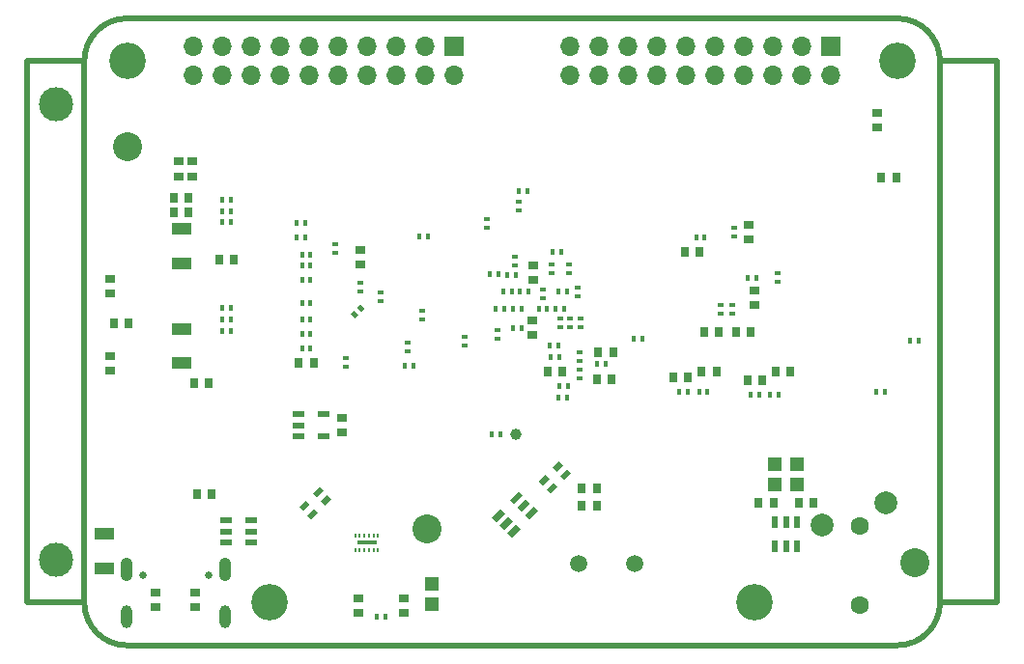
<source format=gbr>
%TF.GenerationSoftware,KiCad,Pcbnew,(5.1.10-1-10_14)*%
%TF.CreationDate,2021-07-27T16:35:17+02:00*%
%TF.ProjectId,EX-PCB-10108-001,45582d50-4342-42d3-9130-3130382d3030,A*%
%TF.SameCoordinates,Original*%
%TF.FileFunction,Soldermask,Bot*%
%TF.FilePolarity,Negative*%
%FSLAX46Y46*%
G04 Gerber Fmt 4.6, Leading zero omitted, Abs format (unit mm)*
G04 Created by KiCad (PCBNEW (5.1.10-1-10_14)) date 2021-07-27 16:35:17*
%MOMM*%
%LPD*%
G01*
G04 APERTURE LIST*
%TA.AperFunction,Profile*%
%ADD10C,0.500000*%
%TD*%
%ADD11C,3.000000*%
%ADD12C,2.000000*%
%ADD13O,1.000000X2.000000*%
%ADD14O,1.050000X2.100000*%
%ADD15C,0.650000*%
%ADD16R,0.510000X0.450000*%
%ADD17R,0.450000X0.510000*%
%ADD18R,0.710000X0.810000*%
%ADD19R,0.810000X0.710000*%
%ADD20R,0.200000X0.450000*%
%ADD21R,1.800000X0.400000*%
%ADD22C,2.540000*%
%ADD23R,1.250000X1.150000*%
%ADD24R,1.800000X1.070000*%
%ADD25C,1.600000*%
%ADD26R,1.700000X1.700000*%
%ADD27O,1.700000X1.700000*%
%ADD28C,1.500000*%
%ADD29C,3.200000*%
%ADD30R,0.550000X1.060000*%
%ADD31R,1.060000X0.550000*%
%ADD32C,0.100000*%
%ADD33R,1.060000X0.500000*%
%ADD34C,1.000000*%
G04 APERTURE END LIST*
D10*
X41450000Y-85250000D02*
X46450000Y-85250000D01*
X41450000Y-132750000D02*
X46450000Y-132750000D01*
X121450000Y-132750000D02*
X126450000Y-132750000D01*
X126450000Y-85250000D02*
X121450000Y-85250000D01*
X126450000Y-85250000D02*
X126450000Y-132750000D01*
X41450000Y-85250000D02*
X41450000Y-132750000D01*
X117700000Y-81500000D02*
G75*
G02*
X121450000Y-85250000I0J-3750000D01*
G01*
X46450000Y-85250000D02*
G75*
G02*
X50200000Y-81500000I3750000J0D01*
G01*
X50200000Y-136500000D02*
G75*
G02*
X46450000Y-132750000I0J3750000D01*
G01*
X121450000Y-132750000D02*
G75*
G02*
X117700000Y-136500000I-3750000J0D01*
G01*
X46450000Y-85250000D02*
X46450000Y-132750000D01*
X117700000Y-136500000D02*
X50200000Y-136500000D01*
X117700000Y-81500000D02*
X50200000Y-81500000D01*
X121450000Y-85250000D02*
X121450000Y-132750000D01*
D11*
X43950000Y-129025000D03*
X43950000Y-89025000D03*
D12*
X116725000Y-123975000D03*
X111075000Y-125950000D03*
D13*
X50130000Y-134000000D03*
X58770000Y-134000000D03*
D14*
X50130000Y-129820000D03*
X58770000Y-129820000D03*
D15*
X57340000Y-130320000D03*
X51560000Y-130320000D03*
D16*
X103450000Y-99875000D03*
X103450000Y-100625000D03*
X102200000Y-106625000D03*
X102200000Y-107375000D03*
D17*
X104575000Y-104250000D03*
X105325000Y-104250000D03*
D16*
X103200000Y-106625000D03*
X103200000Y-107375000D03*
D17*
X119575000Y-109750000D03*
X118825000Y-109750000D03*
X116575000Y-114250000D03*
X115825000Y-114250000D03*
D18*
X100345000Y-102000000D03*
X99055000Y-102000000D03*
D17*
X100075000Y-100750000D03*
X100825000Y-100750000D03*
D19*
X104700000Y-100895000D03*
X104700000Y-99605000D03*
D18*
X102095000Y-109000000D03*
X100805000Y-109000000D03*
D19*
X105200000Y-105355000D03*
X105200000Y-106645000D03*
D18*
X103555000Y-109000000D03*
X104845000Y-109000000D03*
D17*
X88075000Y-113750000D03*
X88825000Y-113750000D03*
X88025000Y-114750000D03*
X88775000Y-114750000D03*
X87325000Y-111250000D03*
X88075000Y-111250000D03*
D16*
X89700000Y-105875000D03*
X89700000Y-105125000D03*
X107200000Y-103875000D03*
X107200000Y-104625000D03*
D20*
X71000000Y-128125000D03*
X71400000Y-128125000D03*
X71800000Y-128125000D03*
X72200000Y-128125000D03*
X70200000Y-128125000D03*
X70600000Y-128125000D03*
X71800000Y-126875000D03*
X72200000Y-126875000D03*
X71000000Y-126875000D03*
X71400000Y-126875000D03*
X70600000Y-126875000D03*
X70200000Y-126875000D03*
D21*
X71200000Y-127500000D03*
D19*
X56200000Y-133145000D03*
X56200000Y-131855000D03*
X52700000Y-133145000D03*
X52700000Y-131855000D03*
X115950000Y-91045000D03*
X115950000Y-89755000D03*
D18*
X116305000Y-95500000D03*
X117595000Y-95500000D03*
D17*
X100325000Y-114250000D03*
X101075000Y-114250000D03*
X98575000Y-114250000D03*
X99325000Y-114250000D03*
X106575000Y-114500000D03*
X107325000Y-114500000D03*
X104825000Y-114500000D03*
X105575000Y-114500000D03*
D22*
X119200000Y-129250000D03*
D23*
X106950000Y-122375000D03*
X106950000Y-120625000D03*
X108950000Y-122375000D03*
X108950000Y-120625000D03*
X76950000Y-131125000D03*
X76950000Y-132875000D03*
D24*
X54950000Y-111755000D03*
X54950000Y-108745000D03*
X54950000Y-103005000D03*
X54950000Y-99995000D03*
D18*
X56305000Y-123250000D03*
X57595000Y-123250000D03*
X106845000Y-124000000D03*
X105555000Y-124000000D03*
X109055000Y-124000000D03*
X110345000Y-124000000D03*
X88345000Y-112500000D03*
X87055000Y-112500000D03*
X101845000Y-112500000D03*
X100555000Y-112500000D03*
X104555000Y-113250000D03*
X105845000Y-113250000D03*
D19*
X74450000Y-132355000D03*
X74450000Y-133645000D03*
X70450000Y-132355000D03*
X70450000Y-133645000D03*
D17*
X72075000Y-134000000D03*
X72825000Y-134000000D03*
D18*
X108345000Y-112500000D03*
X107055000Y-112500000D03*
X56055000Y-113500000D03*
X57345000Y-113500000D03*
X49055000Y-108250000D03*
X50345000Y-108250000D03*
X90055000Y-122750000D03*
X91345000Y-122750000D03*
X90055000Y-124250000D03*
X91345000Y-124250000D03*
D19*
X48700000Y-111105000D03*
X48700000Y-112395000D03*
D18*
X98055000Y-113000000D03*
X99345000Y-113000000D03*
D19*
X48700000Y-105645000D03*
X48700000Y-104355000D03*
D25*
X114450000Y-126000000D03*
X114450000Y-133000000D03*
D26*
X111880000Y-83980000D03*
D27*
X111880000Y-86520000D03*
X109340000Y-83980000D03*
X109340000Y-86520000D03*
X106800000Y-83980000D03*
X106800000Y-86520000D03*
X104260000Y-83980000D03*
X104260000Y-86520000D03*
X101720000Y-83980000D03*
X101720000Y-86520000D03*
X99180000Y-83980000D03*
X99180000Y-86520000D03*
X96640000Y-83980000D03*
X96640000Y-86520000D03*
X94100000Y-83980000D03*
X94100000Y-86520000D03*
X91560000Y-83980000D03*
X91560000Y-86520000D03*
X89020000Y-83980000D03*
X89020000Y-86520000D03*
D26*
X78880000Y-83980000D03*
D27*
X78880000Y-86520000D03*
X76340000Y-83980000D03*
X76340000Y-86520000D03*
X73800000Y-83980000D03*
X73800000Y-86520000D03*
X71260000Y-83980000D03*
X71260000Y-86520000D03*
X68720000Y-83980000D03*
X68720000Y-86520000D03*
X66180000Y-83980000D03*
X66180000Y-86520000D03*
X63640000Y-83980000D03*
X63640000Y-86520000D03*
X61100000Y-83980000D03*
X61100000Y-86520000D03*
X58560000Y-83980000D03*
X58560000Y-86520000D03*
X56020000Y-83980000D03*
X56020000Y-86520000D03*
D28*
X94650000Y-129350000D03*
X89750000Y-129350000D03*
D29*
X50200000Y-85250000D03*
D30*
X108900000Y-127850000D03*
X107950000Y-127850000D03*
X107000000Y-127850000D03*
X107000000Y-125650000D03*
X108900000Y-125650000D03*
X107950000Y-125650000D03*
D31*
X61050000Y-125550000D03*
X61050000Y-126500000D03*
X61050000Y-127450000D03*
X58850000Y-127450000D03*
X58850000Y-125550000D03*
X58850000Y-126500000D03*
D32*
G36*
X83913622Y-127018790D02*
G01*
X83524713Y-126629881D01*
X84274246Y-125880348D01*
X84663155Y-126269257D01*
X83913622Y-127018790D01*
G37*
G36*
X83241871Y-126347038D02*
G01*
X82852962Y-125958129D01*
X83602495Y-125208596D01*
X83991404Y-125597505D01*
X83241871Y-126347038D01*
G37*
G36*
X82570119Y-125675287D02*
G01*
X82181210Y-125286378D01*
X82930743Y-124536845D01*
X83319652Y-124925754D01*
X82570119Y-125675287D01*
G37*
G36*
X84125754Y-124119652D02*
G01*
X83736845Y-123730743D01*
X84486378Y-122981210D01*
X84875287Y-123370119D01*
X84125754Y-124119652D01*
G37*
G36*
X85469257Y-125463155D02*
G01*
X85080348Y-125074246D01*
X85829881Y-124324713D01*
X86218790Y-124713622D01*
X85469257Y-125463155D01*
G37*
G36*
X84797505Y-124791404D02*
G01*
X84408596Y-124402495D01*
X85158129Y-123652962D01*
X85547038Y-124041871D01*
X84797505Y-124791404D01*
G37*
D29*
X62700000Y-132750000D03*
X117700000Y-85250000D03*
X105200000Y-132750000D03*
D32*
G36*
X67760660Y-123292894D02*
G01*
X68114213Y-123646447D01*
X67548528Y-124212132D01*
X67194975Y-123858579D01*
X67760660Y-123292894D01*
G37*
G36*
X66558579Y-124494975D02*
G01*
X66912132Y-124848528D01*
X66346447Y-125414213D01*
X65992894Y-125060660D01*
X66558579Y-124494975D01*
G37*
G36*
X65851472Y-123787868D02*
G01*
X66205025Y-124141421D01*
X65639340Y-124707106D01*
X65285787Y-124353553D01*
X65851472Y-123787868D01*
G37*
G36*
X67053553Y-122585787D02*
G01*
X67407106Y-122939340D01*
X66841421Y-123505025D01*
X66487868Y-123151472D01*
X67053553Y-122585787D01*
G37*
D24*
X48200000Y-129755000D03*
X48200000Y-126745000D03*
D32*
G36*
X88760660Y-121042894D02*
G01*
X89114213Y-121396447D01*
X88548528Y-121962132D01*
X88194975Y-121608579D01*
X88760660Y-121042894D01*
G37*
G36*
X87558579Y-122244975D02*
G01*
X87912132Y-122598528D01*
X87346447Y-123164213D01*
X86992894Y-122810660D01*
X87558579Y-122244975D01*
G37*
G36*
X86851472Y-121537868D02*
G01*
X87205025Y-121891421D01*
X86639340Y-122457106D01*
X86285787Y-122103553D01*
X86851472Y-121537868D01*
G37*
G36*
X88053553Y-120335787D02*
G01*
X88407106Y-120689340D01*
X87841421Y-121255025D01*
X87487868Y-120901472D01*
X88053553Y-120335787D01*
G37*
D17*
X95350000Y-109600000D03*
X94600000Y-109600000D03*
D16*
X84500000Y-98325000D03*
X84500000Y-97575000D03*
D17*
X84525000Y-96650000D03*
X85275000Y-96650000D03*
D16*
X81700000Y-99125000D03*
X81700000Y-99875000D03*
D22*
X76450000Y-126250000D03*
X50200000Y-92750000D03*
D17*
X59275000Y-106900000D03*
X58525000Y-106900000D03*
X59275000Y-98400000D03*
X58525000Y-98400000D03*
X58525000Y-99400000D03*
X59275000Y-99400000D03*
X58525000Y-107900000D03*
X59275000Y-107900000D03*
X58525000Y-97400000D03*
X59275000Y-97400000D03*
D18*
X55595000Y-97250000D03*
X54305000Y-97250000D03*
D19*
X69050000Y-117845000D03*
X69050000Y-116555000D03*
D33*
X67400000Y-118150000D03*
X67400000Y-116250000D03*
X65200000Y-116250000D03*
X65200000Y-117200000D03*
X65200000Y-118150000D03*
D34*
X84300000Y-117950000D03*
D17*
X82175000Y-117950000D03*
X82925000Y-117950000D03*
D18*
X55595000Y-98500000D03*
X54305000Y-98500000D03*
D17*
X58525000Y-108900000D03*
X59275000Y-108900000D03*
D18*
X91355000Y-113150000D03*
X92645000Y-113150000D03*
X91505000Y-110750000D03*
X92795000Y-110750000D03*
X58255000Y-102650000D03*
X59545000Y-102650000D03*
D16*
X84200000Y-103175000D03*
X84200000Y-102425000D03*
D17*
X65525000Y-103200000D03*
X66275000Y-103200000D03*
X65525000Y-104450000D03*
X66275000Y-104450000D03*
D16*
X70650000Y-105447599D03*
X70650000Y-104697599D03*
X79750000Y-109475000D03*
X79750000Y-110225000D03*
D19*
X54725000Y-95345000D03*
X54725000Y-94055000D03*
X55925000Y-95345000D03*
X55925000Y-94055000D03*
D17*
X87525000Y-101950000D03*
X88275000Y-101950000D03*
D16*
X89000000Y-107800000D03*
X89000000Y-108550000D03*
D17*
X82775000Y-103950000D03*
X82025000Y-103950000D03*
X65525000Y-102200000D03*
X66275000Y-102200000D03*
X65525000Y-106450000D03*
X66275000Y-106450000D03*
X65525000Y-107950000D03*
X66275000Y-107950000D03*
X65525000Y-110450000D03*
X66275000Y-110450000D03*
D16*
X69400000Y-111325000D03*
X69400000Y-112075000D03*
D32*
G36*
X70113622Y-107125754D02*
G01*
X70474246Y-107486378D01*
X70156048Y-107804576D01*
X69795424Y-107443952D01*
X70113622Y-107125754D01*
G37*
G36*
X70643952Y-106595424D02*
G01*
X71004576Y-106956048D01*
X70686378Y-107274246D01*
X70325754Y-106913622D01*
X70643952Y-106595424D01*
G37*
D17*
X75275000Y-111950000D03*
X74525000Y-111950000D03*
D16*
X74800000Y-109975000D03*
X74800000Y-110725000D03*
D17*
X76575000Y-100650000D03*
X75825000Y-100650000D03*
D16*
X68400000Y-101325000D03*
X68400000Y-102075000D03*
X72400000Y-105575000D03*
X72400000Y-106325000D03*
X76050000Y-107925000D03*
X76050000Y-107175000D03*
D17*
X65525000Y-109200000D03*
X66275000Y-109200000D03*
D19*
X70650000Y-103095000D03*
X70650000Y-101805000D03*
D17*
X83925000Y-105450000D03*
X83175000Y-105450000D03*
X83275000Y-106950000D03*
X82525000Y-106950000D03*
X84275000Y-104050000D03*
X83525000Y-104050000D03*
D16*
X82650000Y-108825000D03*
X82650000Y-109575000D03*
D17*
X65025000Y-100700000D03*
X65775000Y-100700000D03*
X65025000Y-99450000D03*
X65775000Y-99450000D03*
X84775000Y-108700000D03*
X84025000Y-108700000D03*
D19*
X85800000Y-104420000D03*
X85800000Y-103130000D03*
D16*
X88900000Y-103075000D03*
X88900000Y-103825000D03*
X87400000Y-103075000D03*
X87400000Y-103825000D03*
D17*
X92175000Y-111800000D03*
X91425000Y-111800000D03*
D19*
X85750000Y-107955000D03*
X85750000Y-109245000D03*
D17*
X85375000Y-105450000D03*
X84625000Y-105450000D03*
D16*
X89900000Y-111575000D03*
X89900000Y-110825000D03*
D17*
X88525000Y-106950000D03*
X87775000Y-106950000D03*
D16*
X88150000Y-107825000D03*
X88150000Y-108575000D03*
D17*
X84025000Y-106950000D03*
X84775000Y-106950000D03*
D16*
X89900000Y-113075000D03*
X89900000Y-112325000D03*
D17*
X86275000Y-106950000D03*
X87025000Y-106950000D03*
D16*
X86650000Y-106075000D03*
X86650000Y-105325000D03*
X89950000Y-107800000D03*
X89950000Y-108550000D03*
D17*
X88775000Y-105450000D03*
X88025000Y-105450000D03*
X87275000Y-110200000D03*
X88025000Y-110200000D03*
D18*
X66545000Y-111700000D03*
X65255000Y-111700000D03*
M02*

</source>
